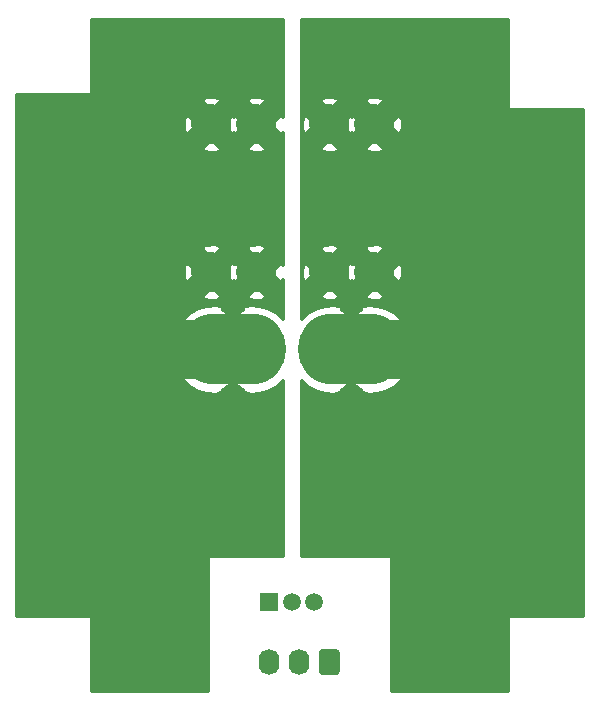
<source format=gbr>
%TF.GenerationSoftware,KiCad,Pcbnew,5.1.10-88a1d61d58~90~ubuntu20.04.1*%
%TF.CreationDate,2022-12-17T00:36:52+01:00*%
%TF.ProjectId,zvire-vetrnik-current-sensor,7a766972-652d-4766-9574-726e696b2d63,rev?*%
%TF.SameCoordinates,PX3c8eee0PY791ddc0*%
%TF.FileFunction,Copper,L1,Top*%
%TF.FilePolarity,Positive*%
%FSLAX46Y46*%
G04 Gerber Fmt 4.6, Leading zero omitted, Abs format (unit mm)*
G04 Created by KiCad (PCBNEW 5.1.10-88a1d61d58~90~ubuntu20.04.1) date 2022-12-17 00:36:52*
%MOMM*%
%LPD*%
G01*
G04 APERTURE LIST*
%TA.AperFunction,ComponentPad*%
%ADD10O,9.000000X6.000000*%
%TD*%
%TA.AperFunction,ComponentPad*%
%ADD11R,1.500000X1.500000*%
%TD*%
%TA.AperFunction,ComponentPad*%
%ADD12C,1.500000*%
%TD*%
%TA.AperFunction,ComponentPad*%
%ADD13C,0.800000*%
%TD*%
%TA.AperFunction,ComponentPad*%
%ADD14O,1.740000X2.190000*%
%TD*%
%TA.AperFunction,ComponentPad*%
%ADD15C,3.400000*%
%TD*%
%TA.AperFunction,ViaPad*%
%ADD16C,2.000000*%
%TD*%
%TA.AperFunction,Conductor*%
%ADD17C,5.000000*%
%TD*%
%TA.AperFunction,Conductor*%
%ADD18C,0.254000*%
%TD*%
%TA.AperFunction,Conductor*%
%ADD19C,0.100000*%
%TD*%
G04 APERTURE END LIST*
D10*
%TO.P,U1,5*%
%TO.N,Net-(J1-Pad2)*%
X19770000Y30290000D03*
%TO.P,U1,4*%
%TO.N,Net-(J1-Pad1)*%
X29770000Y30290000D03*
D11*
%TO.P,U1,1*%
%TO.N,+5V*%
X22860000Y8890000D03*
D12*
%TO.P,U1,3*%
%TO.N,Net-(J2-Pad1)*%
X26680000Y8890000D03*
%TO.P,U1,2*%
%TO.N,GND*%
X24770000Y8890000D03*
%TO.P,U1,5*%
%TO.N,Net-(J1-Pad2)*%
%TA.AperFunction,ComponentPad*%
G36*
G01*
X23550953Y31282523D02*
X23550953Y31282523D01*
G75*
G02*
X24082523Y31089047I169047J-362523D01*
G01*
X24082523Y31089047D01*
G75*
G02*
X23889047Y30557477I-362523J-169047D01*
G01*
X23889047Y30557477D01*
G75*
G02*
X23357477Y30750953I-169047J362523D01*
G01*
X23357477Y30750953D01*
G75*
G02*
X23550953Y31282523I362523J169047D01*
G01*
G37*
%TD.AperFunction*%
%TA.AperFunction,ComponentPad*%
G36*
G01*
X23550953Y29297477D02*
X23550953Y29297477D01*
G75*
G02*
X23357477Y29829047I169047J362523D01*
G01*
X23357477Y29829047D01*
G75*
G02*
X23889047Y30022523I362523J-169047D01*
G01*
X23889047Y30022523D01*
G75*
G02*
X24082523Y29490953I-169047J-362523D01*
G01*
X24082523Y29490953D01*
G75*
G02*
X23550953Y29297477I-362523J169047D01*
G01*
G37*
%TD.AperFunction*%
D13*
X22970000Y28630000D03*
X22970000Y31950000D03*
X15820000Y30920000D03*
X15820000Y29660000D03*
X16570000Y28630000D03*
X16570000Y31950000D03*
X20440000Y28240000D03*
X19100000Y28240000D03*
X21770000Y28240000D03*
X17770000Y28240000D03*
X20440000Y32340000D03*
X19100000Y32340000D03*
X17770000Y32340000D03*
X21770000Y32340000D03*
%TO.P,U1,4*%
%TO.N,Net-(J1-Pad1)*%
X26570000Y28630000D03*
X26570000Y31950000D03*
%TA.AperFunction,ComponentPad*%
G36*
G01*
X25650953Y30022523D02*
X25650953Y30022523D01*
G75*
G02*
X26182523Y29829047I169047J-362523D01*
G01*
X26182523Y29829047D01*
G75*
G02*
X25989047Y29297477I-362523J-169047D01*
G01*
X25989047Y29297477D01*
G75*
G02*
X25457477Y29490953I-169047J362523D01*
G01*
X25457477Y29490953D01*
G75*
G02*
X25650953Y30022523I362523J169047D01*
G01*
G37*
%TD.AperFunction*%
%TA.AperFunction,ComponentPad*%
G36*
G01*
X25650953Y30557477D02*
X25650953Y30557477D01*
G75*
G02*
X25457477Y31089047I169047J362523D01*
G01*
X25457477Y31089047D01*
G75*
G02*
X25989047Y31282523I362523J-169047D01*
G01*
X25989047Y31282523D01*
G75*
G02*
X26182523Y30750953I-169047J-362523D01*
G01*
X26182523Y30750953D01*
G75*
G02*
X25650953Y30557477I-362523J169047D01*
G01*
G37*
%TD.AperFunction*%
X32970000Y28630000D03*
X32970000Y31950000D03*
X33720000Y30920000D03*
X31770000Y28240000D03*
X30440000Y28240000D03*
X29100000Y28240000D03*
X27770000Y28240000D03*
X31770000Y32340000D03*
X30440000Y32340000D03*
X29100000Y32340000D03*
X27770000Y32340000D03*
X33720000Y29660000D03*
%TD*%
D14*
%TO.P,J2,3*%
%TO.N,+5V*%
X22860000Y3810000D03*
%TO.P,J2,2*%
%TO.N,GND*%
X25400000Y3810000D03*
%TO.P,J2,1*%
%TO.N,Net-(J2-Pad1)*%
%TA.AperFunction,ComponentPad*%
G36*
G01*
X28810000Y4655001D02*
X28810000Y2964999D01*
G75*
G02*
X28560001Y2715000I-249999J0D01*
G01*
X27319999Y2715000D01*
G75*
G02*
X27070000Y2964999I0J249999D01*
G01*
X27070000Y4655001D01*
G75*
G02*
X27319999Y4905000I249999J0D01*
G01*
X28560001Y4905000D01*
G75*
G02*
X28810000Y4655001I0J-249999D01*
G01*
G37*
%TD.AperFunction*%
%TD*%
D15*
%TO.P,J1,2*%
%TO.N,Net-(J1-Pad2)*%
X21750000Y49330000D03*
X17950000Y49330000D03*
X17950000Y36830000D03*
X21750000Y36830000D03*
%TO.P,J1,1*%
%TO.N,Net-(J1-Pad1)*%
X27950000Y49330000D03*
X31750000Y49330000D03*
X27950000Y36830000D03*
X31750000Y36830000D03*
%TD*%
D16*
%TO.N,Net-(J1-Pad2)*%
X12700000Y46990000D03*
X12700000Y52070000D03*
X12700000Y39370000D03*
X12700000Y34290000D03*
X10160000Y36830000D03*
%TO.N,Net-(J1-Pad1)*%
X36830000Y46990000D03*
X36830000Y52070000D03*
X36830000Y39370000D03*
X36830000Y34290000D03*
X39370000Y36830000D03*
%TD*%
D17*
%TO.N,Net-(J1-Pad2)*%
X19770000Y30290000D02*
X12890000Y30290000D01*
%TO.N,Net-(J1-Pad1)*%
X29770000Y30290000D02*
X36640000Y30290000D01*
%TD*%
D18*
%TO.N,Net-(J1-Pad1)*%
X43053000Y50800000D02*
X43055440Y50775224D01*
X43062667Y50751399D01*
X43074403Y50729443D01*
X43090197Y50710197D01*
X43109443Y50694403D01*
X43131399Y50682667D01*
X43155224Y50675440D01*
X43180000Y50673000D01*
X49403000Y50673000D01*
X49403000Y7747000D01*
X43180000Y7747000D01*
X43155224Y7744560D01*
X43131399Y7737333D01*
X43109443Y7725597D01*
X43090197Y7709803D01*
X43074403Y7690557D01*
X43062667Y7668601D01*
X43055440Y7644776D01*
X43053000Y7620000D01*
X43053000Y1397000D01*
X33147000Y1397000D01*
X33147000Y12700000D01*
X33144560Y12724776D01*
X33137333Y12748601D01*
X33125597Y12770557D01*
X33109803Y12789803D01*
X33090557Y12805597D01*
X33068601Y12817333D01*
X33044776Y12824560D01*
X33020000Y12827000D01*
X25527000Y12827000D01*
X25527000Y27734156D01*
X25637478Y27602347D01*
X26212396Y27140410D01*
X26866387Y26799510D01*
X27574318Y26592747D01*
X28308984Y26528068D01*
X28897000Y26739232D01*
X28897000Y26973077D01*
X28982344Y26887733D01*
X29319314Y27224703D01*
X29333391Y27226517D01*
X29469003Y27267655D01*
X29499449Y27454471D01*
X29100000Y27853920D01*
X29010198Y27764117D01*
X28897000Y27877315D01*
X28897000Y27897077D01*
X29122267Y28122344D01*
X29035797Y28208814D01*
X29400459Y28208814D01*
X29426517Y28006609D01*
X29467655Y27870997D01*
X29654471Y27840551D01*
X29770000Y27956080D01*
X29885529Y27840551D01*
X30072345Y27870997D01*
X30125651Y28067782D01*
X30139541Y28271186D01*
X30113483Y28473391D01*
X30072345Y28609003D01*
X29885529Y28639449D01*
X29770000Y28523920D01*
X29654471Y28639449D01*
X29467655Y28609003D01*
X29414349Y28412218D01*
X29400459Y28208814D01*
X29035797Y28208814D01*
X29004611Y28240000D01*
X29122267Y28357656D01*
X28897000Y28582923D01*
X28897000Y28602685D01*
X29010198Y28715882D01*
X29100000Y28626080D01*
X29499449Y29025529D01*
X30040551Y29025529D01*
X30440000Y28626080D01*
X30529803Y28715882D01*
X30643000Y28602685D01*
X30643000Y28582923D01*
X30417733Y28357656D01*
X30535389Y28240000D01*
X30417733Y28122344D01*
X30643000Y27897077D01*
X30643000Y27877315D01*
X30529803Y27764117D01*
X30440000Y27853920D01*
X30040551Y27454471D01*
X30070997Y27267655D01*
X30217389Y27228000D01*
X30557656Y26887733D01*
X30643000Y26973077D01*
X30643000Y26739232D01*
X31231016Y26528068D01*
X31965682Y26592747D01*
X32673613Y26799510D01*
X33327604Y27140410D01*
X33902522Y27602347D01*
X34376274Y28167569D01*
X34618601Y28875752D01*
X34625189Y29095266D01*
X35072267Y29542344D01*
X34735297Y29879314D01*
X34733483Y29893391D01*
X34692345Y30029003D01*
X34505529Y30059449D01*
X34106080Y29660000D01*
X34195883Y29570197D01*
X34042685Y29417000D01*
X33652923Y29417000D01*
X33087656Y29982267D01*
X33049655Y29944265D01*
X32934471Y30059449D01*
X32747655Y30029003D01*
X32708000Y29882611D01*
X32367733Y29542344D01*
X32390077Y29520000D01*
X32287077Y29417000D01*
X32062923Y29417000D01*
X31887656Y29592267D01*
X31770000Y29474611D01*
X31652344Y29592267D01*
X31477077Y29417000D01*
X30732923Y29417000D01*
X30557656Y29592267D01*
X30220686Y29255297D01*
X30206609Y29253483D01*
X30070997Y29212345D01*
X30040551Y29025529D01*
X29499449Y29025529D01*
X29469003Y29212345D01*
X29322611Y29252000D01*
X28982344Y29592267D01*
X28877000Y29486923D01*
X28877000Y30445529D01*
X33320551Y30445529D01*
X33476080Y30290000D01*
X33320551Y30134471D01*
X33350997Y29947655D01*
X33547782Y29894349D01*
X33751186Y29880459D01*
X33953391Y29906517D01*
X34089003Y29947655D01*
X34119449Y30134471D01*
X33963920Y30290000D01*
X34119449Y30445529D01*
X34089003Y30632345D01*
X33892218Y30685651D01*
X33688814Y30699541D01*
X33486609Y30673483D01*
X33350997Y30632345D01*
X33320551Y30445529D01*
X28877000Y30445529D01*
X28877000Y31093077D01*
X28982344Y30987733D01*
X29319314Y31324703D01*
X29333391Y31326517D01*
X29469003Y31367655D01*
X29499449Y31554471D01*
X29100000Y31953920D01*
X29010198Y31864117D01*
X28897000Y31977315D01*
X28897000Y31997077D01*
X29122267Y32222344D01*
X29035797Y32308814D01*
X29400459Y32308814D01*
X29426517Y32106609D01*
X29467655Y31970997D01*
X29654471Y31940551D01*
X29770000Y32056080D01*
X29885529Y31940551D01*
X30072345Y31970997D01*
X30125651Y32167782D01*
X30139541Y32371186D01*
X30113483Y32573391D01*
X30072345Y32709003D01*
X29885529Y32739449D01*
X29770000Y32623920D01*
X29654471Y32739449D01*
X29467655Y32709003D01*
X29414349Y32512218D01*
X29400459Y32308814D01*
X29035797Y32308814D01*
X29004611Y32340000D01*
X29122267Y32457656D01*
X28897000Y32682923D01*
X28897000Y32702685D01*
X29010198Y32815882D01*
X29100000Y32726080D01*
X29499449Y33125529D01*
X30040551Y33125529D01*
X30440000Y32726080D01*
X30529803Y32815882D01*
X30643000Y32702685D01*
X30643000Y32682923D01*
X30417733Y32457656D01*
X30535389Y32340000D01*
X30417733Y32222344D01*
X30643000Y31997077D01*
X30643000Y31977315D01*
X30529803Y31864117D01*
X30440000Y31953920D01*
X30040551Y31554471D01*
X30070997Y31367655D01*
X30217389Y31328000D01*
X30557656Y30987733D01*
X30732923Y31163000D01*
X31477077Y31163000D01*
X31652344Y30987733D01*
X31770000Y31105389D01*
X31887656Y30987733D01*
X32062923Y31163000D01*
X32287077Y31163000D01*
X32390077Y31060000D01*
X32367733Y31037656D01*
X32704703Y30700686D01*
X32706517Y30686609D01*
X32747655Y30550997D01*
X32934471Y30520551D01*
X33049655Y30635734D01*
X33087656Y30597733D01*
X33652923Y31163000D01*
X34042685Y31163000D01*
X34195883Y31009802D01*
X34106080Y30920000D01*
X34505529Y30520551D01*
X34692345Y30550997D01*
X34732000Y30697389D01*
X35072267Y31037656D01*
X34625189Y31484734D01*
X34618601Y31704248D01*
X34376274Y32412431D01*
X33902522Y32977653D01*
X33327604Y33439590D01*
X32673613Y33780490D01*
X31965682Y33987253D01*
X31231016Y34051932D01*
X30643000Y33840768D01*
X30643000Y33606923D01*
X30557656Y33692267D01*
X30220686Y33355297D01*
X30206609Y33353483D01*
X30070997Y33312345D01*
X30040551Y33125529D01*
X29499449Y33125529D01*
X29469003Y33312345D01*
X29322611Y33352000D01*
X28982344Y33692267D01*
X28897000Y33606923D01*
X28897000Y33840768D01*
X28308984Y34051932D01*
X27574318Y33987253D01*
X26866387Y33780490D01*
X26212396Y33439590D01*
X25637478Y32977653D01*
X25527000Y32845844D01*
X25527000Y34794380D01*
X27148989Y34794380D01*
X27376169Y34554954D01*
X27831034Y34486720D01*
X28290472Y34508536D01*
X28523831Y34554954D01*
X28751011Y34794380D01*
X30948989Y34794380D01*
X31176169Y34554954D01*
X31631034Y34486720D01*
X32090472Y34508536D01*
X32323831Y34554954D01*
X32551011Y34794380D01*
X31750000Y35595392D01*
X30948989Y34794380D01*
X28751011Y34794380D01*
X27950000Y35595392D01*
X27148989Y34794380D01*
X25527000Y34794380D01*
X25527000Y36948966D01*
X25606720Y36948966D01*
X25628536Y36489528D01*
X25674954Y36256169D01*
X25914380Y36028989D01*
X26715392Y36830000D01*
X29184608Y36830000D01*
X29423723Y36590885D01*
X29428536Y36489528D01*
X29474954Y36256169D01*
X29714380Y36028989D01*
X29850000Y36164609D01*
X29985620Y36028989D01*
X30225046Y36256169D01*
X30275076Y36589685D01*
X30515392Y36830000D01*
X32984608Y36830000D01*
X33785620Y36028989D01*
X34025046Y36256169D01*
X34093280Y36711034D01*
X34071464Y37170472D01*
X34025046Y37403831D01*
X33785620Y37631011D01*
X32984608Y36830000D01*
X30515392Y36830000D01*
X30276277Y37069115D01*
X30271464Y37170472D01*
X30225046Y37403831D01*
X29985620Y37631011D01*
X29850000Y37495391D01*
X29714380Y37631011D01*
X29474954Y37403831D01*
X29424924Y37070315D01*
X29184608Y36830000D01*
X26715392Y36830000D01*
X25914380Y37631011D01*
X25674954Y37403831D01*
X25606720Y36948966D01*
X25527000Y36948966D01*
X25527000Y38865620D01*
X27148989Y38865620D01*
X27950000Y38064608D01*
X28751011Y38865620D01*
X30948989Y38865620D01*
X31750000Y38064608D01*
X32551011Y38865620D01*
X32323831Y39105046D01*
X31868966Y39173280D01*
X31409528Y39151464D01*
X31176169Y39105046D01*
X30948989Y38865620D01*
X28751011Y38865620D01*
X28523831Y39105046D01*
X28068966Y39173280D01*
X27609528Y39151464D01*
X27376169Y39105046D01*
X27148989Y38865620D01*
X25527000Y38865620D01*
X25527000Y47294380D01*
X27148989Y47294380D01*
X27376169Y47054954D01*
X27831034Y46986720D01*
X28290472Y47008536D01*
X28523831Y47054954D01*
X28751011Y47294380D01*
X30948989Y47294380D01*
X31176169Y47054954D01*
X31631034Y46986720D01*
X32090472Y47008536D01*
X32323831Y47054954D01*
X32551011Y47294380D01*
X31750000Y48095392D01*
X30948989Y47294380D01*
X28751011Y47294380D01*
X27950000Y48095392D01*
X27148989Y47294380D01*
X25527000Y47294380D01*
X25527000Y49448966D01*
X25606720Y49448966D01*
X25628536Y48989528D01*
X25674954Y48756169D01*
X25914380Y48528989D01*
X26715392Y49330000D01*
X29184608Y49330000D01*
X29423723Y49090885D01*
X29428536Y48989528D01*
X29474954Y48756169D01*
X29714380Y48528989D01*
X29850000Y48664609D01*
X29985620Y48528989D01*
X30225046Y48756169D01*
X30275076Y49089685D01*
X30515392Y49330000D01*
X32984608Y49330000D01*
X33785620Y48528989D01*
X34025046Y48756169D01*
X34093280Y49211034D01*
X34071464Y49670472D01*
X34025046Y49903831D01*
X33785620Y50131011D01*
X32984608Y49330000D01*
X30515392Y49330000D01*
X30276277Y49569115D01*
X30271464Y49670472D01*
X30225046Y49903831D01*
X29985620Y50131011D01*
X29850000Y49995391D01*
X29714380Y50131011D01*
X29474954Y49903831D01*
X29424924Y49570315D01*
X29184608Y49330000D01*
X26715392Y49330000D01*
X25914380Y50131011D01*
X25674954Y49903831D01*
X25606720Y49448966D01*
X25527000Y49448966D01*
X25527000Y51365620D01*
X27148989Y51365620D01*
X27950000Y50564608D01*
X28751011Y51365620D01*
X30948989Y51365620D01*
X31750000Y50564608D01*
X32551011Y51365620D01*
X32323831Y51605046D01*
X31868966Y51673280D01*
X31409528Y51651464D01*
X31176169Y51605046D01*
X30948989Y51365620D01*
X28751011Y51365620D01*
X28523831Y51605046D01*
X28068966Y51673280D01*
X27609528Y51651464D01*
X27376169Y51605046D01*
X27148989Y51365620D01*
X25527000Y51365620D01*
X25527000Y58293000D01*
X43053000Y58293000D01*
X43053000Y50800000D01*
%TA.AperFunction,Conductor*%
D19*
G36*
X43053000Y50800000D02*
G01*
X43055440Y50775224D01*
X43062667Y50751399D01*
X43074403Y50729443D01*
X43090197Y50710197D01*
X43109443Y50694403D01*
X43131399Y50682667D01*
X43155224Y50675440D01*
X43180000Y50673000D01*
X49403000Y50673000D01*
X49403000Y7747000D01*
X43180000Y7747000D01*
X43155224Y7744560D01*
X43131399Y7737333D01*
X43109443Y7725597D01*
X43090197Y7709803D01*
X43074403Y7690557D01*
X43062667Y7668601D01*
X43055440Y7644776D01*
X43053000Y7620000D01*
X43053000Y1397000D01*
X33147000Y1397000D01*
X33147000Y12700000D01*
X33144560Y12724776D01*
X33137333Y12748601D01*
X33125597Y12770557D01*
X33109803Y12789803D01*
X33090557Y12805597D01*
X33068601Y12817333D01*
X33044776Y12824560D01*
X33020000Y12827000D01*
X25527000Y12827000D01*
X25527000Y27734156D01*
X25637478Y27602347D01*
X26212396Y27140410D01*
X26866387Y26799510D01*
X27574318Y26592747D01*
X28308984Y26528068D01*
X28897000Y26739232D01*
X28897000Y26973077D01*
X28982344Y26887733D01*
X29319314Y27224703D01*
X29333391Y27226517D01*
X29469003Y27267655D01*
X29499449Y27454471D01*
X29100000Y27853920D01*
X29010198Y27764117D01*
X28897000Y27877315D01*
X28897000Y27897077D01*
X29122267Y28122344D01*
X29035797Y28208814D01*
X29400459Y28208814D01*
X29426517Y28006609D01*
X29467655Y27870997D01*
X29654471Y27840551D01*
X29770000Y27956080D01*
X29885529Y27840551D01*
X30072345Y27870997D01*
X30125651Y28067782D01*
X30139541Y28271186D01*
X30113483Y28473391D01*
X30072345Y28609003D01*
X29885529Y28639449D01*
X29770000Y28523920D01*
X29654471Y28639449D01*
X29467655Y28609003D01*
X29414349Y28412218D01*
X29400459Y28208814D01*
X29035797Y28208814D01*
X29004611Y28240000D01*
X29122267Y28357656D01*
X28897000Y28582923D01*
X28897000Y28602685D01*
X29010198Y28715882D01*
X29100000Y28626080D01*
X29499449Y29025529D01*
X30040551Y29025529D01*
X30440000Y28626080D01*
X30529803Y28715882D01*
X30643000Y28602685D01*
X30643000Y28582923D01*
X30417733Y28357656D01*
X30535389Y28240000D01*
X30417733Y28122344D01*
X30643000Y27897077D01*
X30643000Y27877315D01*
X30529803Y27764117D01*
X30440000Y27853920D01*
X30040551Y27454471D01*
X30070997Y27267655D01*
X30217389Y27228000D01*
X30557656Y26887733D01*
X30643000Y26973077D01*
X30643000Y26739232D01*
X31231016Y26528068D01*
X31965682Y26592747D01*
X32673613Y26799510D01*
X33327604Y27140410D01*
X33902522Y27602347D01*
X34376274Y28167569D01*
X34618601Y28875752D01*
X34625189Y29095266D01*
X35072267Y29542344D01*
X34735297Y29879314D01*
X34733483Y29893391D01*
X34692345Y30029003D01*
X34505529Y30059449D01*
X34106080Y29660000D01*
X34195883Y29570197D01*
X34042685Y29417000D01*
X33652923Y29417000D01*
X33087656Y29982267D01*
X33049655Y29944265D01*
X32934471Y30059449D01*
X32747655Y30029003D01*
X32708000Y29882611D01*
X32367733Y29542344D01*
X32390077Y29520000D01*
X32287077Y29417000D01*
X32062923Y29417000D01*
X31887656Y29592267D01*
X31770000Y29474611D01*
X31652344Y29592267D01*
X31477077Y29417000D01*
X30732923Y29417000D01*
X30557656Y29592267D01*
X30220686Y29255297D01*
X30206609Y29253483D01*
X30070997Y29212345D01*
X30040551Y29025529D01*
X29499449Y29025529D01*
X29469003Y29212345D01*
X29322611Y29252000D01*
X28982344Y29592267D01*
X28877000Y29486923D01*
X28877000Y30445529D01*
X33320551Y30445529D01*
X33476080Y30290000D01*
X33320551Y30134471D01*
X33350997Y29947655D01*
X33547782Y29894349D01*
X33751186Y29880459D01*
X33953391Y29906517D01*
X34089003Y29947655D01*
X34119449Y30134471D01*
X33963920Y30290000D01*
X34119449Y30445529D01*
X34089003Y30632345D01*
X33892218Y30685651D01*
X33688814Y30699541D01*
X33486609Y30673483D01*
X33350997Y30632345D01*
X33320551Y30445529D01*
X28877000Y30445529D01*
X28877000Y31093077D01*
X28982344Y30987733D01*
X29319314Y31324703D01*
X29333391Y31326517D01*
X29469003Y31367655D01*
X29499449Y31554471D01*
X29100000Y31953920D01*
X29010198Y31864117D01*
X28897000Y31977315D01*
X28897000Y31997077D01*
X29122267Y32222344D01*
X29035797Y32308814D01*
X29400459Y32308814D01*
X29426517Y32106609D01*
X29467655Y31970997D01*
X29654471Y31940551D01*
X29770000Y32056080D01*
X29885529Y31940551D01*
X30072345Y31970997D01*
X30125651Y32167782D01*
X30139541Y32371186D01*
X30113483Y32573391D01*
X30072345Y32709003D01*
X29885529Y32739449D01*
X29770000Y32623920D01*
X29654471Y32739449D01*
X29467655Y32709003D01*
X29414349Y32512218D01*
X29400459Y32308814D01*
X29035797Y32308814D01*
X29004611Y32340000D01*
X29122267Y32457656D01*
X28897000Y32682923D01*
X28897000Y32702685D01*
X29010198Y32815882D01*
X29100000Y32726080D01*
X29499449Y33125529D01*
X30040551Y33125529D01*
X30440000Y32726080D01*
X30529803Y32815882D01*
X30643000Y32702685D01*
X30643000Y32682923D01*
X30417733Y32457656D01*
X30535389Y32340000D01*
X30417733Y32222344D01*
X30643000Y31997077D01*
X30643000Y31977315D01*
X30529803Y31864117D01*
X30440000Y31953920D01*
X30040551Y31554471D01*
X30070997Y31367655D01*
X30217389Y31328000D01*
X30557656Y30987733D01*
X30732923Y31163000D01*
X31477077Y31163000D01*
X31652344Y30987733D01*
X31770000Y31105389D01*
X31887656Y30987733D01*
X32062923Y31163000D01*
X32287077Y31163000D01*
X32390077Y31060000D01*
X32367733Y31037656D01*
X32704703Y30700686D01*
X32706517Y30686609D01*
X32747655Y30550997D01*
X32934471Y30520551D01*
X33049655Y30635734D01*
X33087656Y30597733D01*
X33652923Y31163000D01*
X34042685Y31163000D01*
X34195883Y31009802D01*
X34106080Y30920000D01*
X34505529Y30520551D01*
X34692345Y30550997D01*
X34732000Y30697389D01*
X35072267Y31037656D01*
X34625189Y31484734D01*
X34618601Y31704248D01*
X34376274Y32412431D01*
X33902522Y32977653D01*
X33327604Y33439590D01*
X32673613Y33780490D01*
X31965682Y33987253D01*
X31231016Y34051932D01*
X30643000Y33840768D01*
X30643000Y33606923D01*
X30557656Y33692267D01*
X30220686Y33355297D01*
X30206609Y33353483D01*
X30070997Y33312345D01*
X30040551Y33125529D01*
X29499449Y33125529D01*
X29469003Y33312345D01*
X29322611Y33352000D01*
X28982344Y33692267D01*
X28897000Y33606923D01*
X28897000Y33840768D01*
X28308984Y34051932D01*
X27574318Y33987253D01*
X26866387Y33780490D01*
X26212396Y33439590D01*
X25637478Y32977653D01*
X25527000Y32845844D01*
X25527000Y34794380D01*
X27148989Y34794380D01*
X27376169Y34554954D01*
X27831034Y34486720D01*
X28290472Y34508536D01*
X28523831Y34554954D01*
X28751011Y34794380D01*
X30948989Y34794380D01*
X31176169Y34554954D01*
X31631034Y34486720D01*
X32090472Y34508536D01*
X32323831Y34554954D01*
X32551011Y34794380D01*
X31750000Y35595392D01*
X30948989Y34794380D01*
X28751011Y34794380D01*
X27950000Y35595392D01*
X27148989Y34794380D01*
X25527000Y34794380D01*
X25527000Y36948966D01*
X25606720Y36948966D01*
X25628536Y36489528D01*
X25674954Y36256169D01*
X25914380Y36028989D01*
X26715392Y36830000D01*
X29184608Y36830000D01*
X29423723Y36590885D01*
X29428536Y36489528D01*
X29474954Y36256169D01*
X29714380Y36028989D01*
X29850000Y36164609D01*
X29985620Y36028989D01*
X30225046Y36256169D01*
X30275076Y36589685D01*
X30515392Y36830000D01*
X32984608Y36830000D01*
X33785620Y36028989D01*
X34025046Y36256169D01*
X34093280Y36711034D01*
X34071464Y37170472D01*
X34025046Y37403831D01*
X33785620Y37631011D01*
X32984608Y36830000D01*
X30515392Y36830000D01*
X30276277Y37069115D01*
X30271464Y37170472D01*
X30225046Y37403831D01*
X29985620Y37631011D01*
X29850000Y37495391D01*
X29714380Y37631011D01*
X29474954Y37403831D01*
X29424924Y37070315D01*
X29184608Y36830000D01*
X26715392Y36830000D01*
X25914380Y37631011D01*
X25674954Y37403831D01*
X25606720Y36948966D01*
X25527000Y36948966D01*
X25527000Y38865620D01*
X27148989Y38865620D01*
X27950000Y38064608D01*
X28751011Y38865620D01*
X30948989Y38865620D01*
X31750000Y38064608D01*
X32551011Y38865620D01*
X32323831Y39105046D01*
X31868966Y39173280D01*
X31409528Y39151464D01*
X31176169Y39105046D01*
X30948989Y38865620D01*
X28751011Y38865620D01*
X28523831Y39105046D01*
X28068966Y39173280D01*
X27609528Y39151464D01*
X27376169Y39105046D01*
X27148989Y38865620D01*
X25527000Y38865620D01*
X25527000Y47294380D01*
X27148989Y47294380D01*
X27376169Y47054954D01*
X27831034Y46986720D01*
X28290472Y47008536D01*
X28523831Y47054954D01*
X28751011Y47294380D01*
X30948989Y47294380D01*
X31176169Y47054954D01*
X31631034Y46986720D01*
X32090472Y47008536D01*
X32323831Y47054954D01*
X32551011Y47294380D01*
X31750000Y48095392D01*
X30948989Y47294380D01*
X28751011Y47294380D01*
X27950000Y48095392D01*
X27148989Y47294380D01*
X25527000Y47294380D01*
X25527000Y49448966D01*
X25606720Y49448966D01*
X25628536Y48989528D01*
X25674954Y48756169D01*
X25914380Y48528989D01*
X26715392Y49330000D01*
X29184608Y49330000D01*
X29423723Y49090885D01*
X29428536Y48989528D01*
X29474954Y48756169D01*
X29714380Y48528989D01*
X29850000Y48664609D01*
X29985620Y48528989D01*
X30225046Y48756169D01*
X30275076Y49089685D01*
X30515392Y49330000D01*
X32984608Y49330000D01*
X33785620Y48528989D01*
X34025046Y48756169D01*
X34093280Y49211034D01*
X34071464Y49670472D01*
X34025046Y49903831D01*
X33785620Y50131011D01*
X32984608Y49330000D01*
X30515392Y49330000D01*
X30276277Y49569115D01*
X30271464Y49670472D01*
X30225046Y49903831D01*
X29985620Y50131011D01*
X29850000Y49995391D01*
X29714380Y50131011D01*
X29474954Y49903831D01*
X29424924Y49570315D01*
X29184608Y49330000D01*
X26715392Y49330000D01*
X25914380Y50131011D01*
X25674954Y49903831D01*
X25606720Y49448966D01*
X25527000Y49448966D01*
X25527000Y51365620D01*
X27148989Y51365620D01*
X27950000Y50564608D01*
X28751011Y51365620D01*
X30948989Y51365620D01*
X31750000Y50564608D01*
X32551011Y51365620D01*
X32323831Y51605046D01*
X31868966Y51673280D01*
X31409528Y51651464D01*
X31176169Y51605046D01*
X30948989Y51365620D01*
X28751011Y51365620D01*
X28523831Y51605046D01*
X28068966Y51673280D01*
X27609528Y51651464D01*
X27376169Y51605046D01*
X27148989Y51365620D01*
X25527000Y51365620D01*
X25527000Y58293000D01*
X43053000Y58293000D01*
X43053000Y50800000D01*
G37*
%TD.AperFunction*%
%TD*%
D18*
%TO.N,Net-(J1-Pad2)*%
X24003000Y49924749D02*
X23785620Y50131011D01*
X22984608Y49330000D01*
X23785620Y48528989D01*
X24003000Y48735251D01*
X24003000Y37424749D01*
X23785620Y37631011D01*
X22984608Y36830000D01*
X23785620Y36028989D01*
X24003000Y36235251D01*
X24003000Y32857775D01*
X23902522Y32977653D01*
X23327604Y33439590D01*
X22673613Y33780490D01*
X21965682Y33987253D01*
X21231016Y34051932D01*
X20643000Y33840768D01*
X20643000Y33606923D01*
X20557656Y33692267D01*
X20220686Y33355297D01*
X20206609Y33353483D01*
X20070997Y33312345D01*
X20040551Y33125529D01*
X20440000Y32726080D01*
X20529803Y32815882D01*
X20643000Y32702685D01*
X20643000Y32682923D01*
X20417733Y32457656D01*
X20535389Y32340000D01*
X20417733Y32222344D01*
X20643000Y31997077D01*
X20643000Y31977315D01*
X20529803Y31864117D01*
X20440000Y31953920D01*
X20040551Y31554471D01*
X20070997Y31367655D01*
X20217389Y31328000D01*
X20557656Y30987733D01*
X20663000Y31093077D01*
X20663000Y29486923D01*
X20557656Y29592267D01*
X20220686Y29255297D01*
X20206609Y29253483D01*
X20070997Y29212345D01*
X20040551Y29025529D01*
X20440000Y28626080D01*
X20529803Y28715882D01*
X20643000Y28602685D01*
X20643000Y28582923D01*
X20417733Y28357656D01*
X20535389Y28240000D01*
X20417733Y28122344D01*
X20643000Y27897077D01*
X20643000Y27877315D01*
X20529803Y27764117D01*
X20440000Y27853920D01*
X20040551Y27454471D01*
X20070997Y27267655D01*
X20217389Y27228000D01*
X20557656Y26887733D01*
X20643000Y26973077D01*
X20643000Y26739232D01*
X21231016Y26528068D01*
X21965682Y26592747D01*
X22673613Y26799510D01*
X23327604Y27140410D01*
X23902522Y27602347D01*
X24003000Y27722225D01*
X24003000Y12827000D01*
X17780000Y12827000D01*
X17755224Y12824560D01*
X17731399Y12817333D01*
X17709443Y12805597D01*
X17690197Y12789803D01*
X17674403Y12770557D01*
X17662667Y12748601D01*
X17655440Y12724776D01*
X17653000Y12700000D01*
X17653000Y1397000D01*
X7747000Y1397000D01*
X7747000Y7620000D01*
X7744560Y7644776D01*
X7737333Y7668601D01*
X7725597Y7690557D01*
X7709803Y7709803D01*
X7690557Y7725597D01*
X7668601Y7737333D01*
X7644776Y7744560D01*
X7620000Y7747000D01*
X1397000Y7747000D01*
X1397000Y29542344D01*
X14467733Y29542344D01*
X14914811Y29095266D01*
X14921399Y28875752D01*
X15163726Y28167569D01*
X15637478Y27602347D01*
X16212396Y27140410D01*
X16866387Y26799510D01*
X17574318Y26592747D01*
X18308984Y26528068D01*
X18897000Y26739232D01*
X18897000Y26973077D01*
X18982344Y26887733D01*
X19319314Y27224703D01*
X19333391Y27226517D01*
X19469003Y27267655D01*
X19499449Y27454471D01*
X19100000Y27853920D01*
X19010198Y27764117D01*
X18897000Y27877315D01*
X18897000Y27897077D01*
X19122267Y28122344D01*
X19035797Y28208814D01*
X19400459Y28208814D01*
X19426517Y28006609D01*
X19467655Y27870997D01*
X19654471Y27840551D01*
X19770000Y27956080D01*
X19885529Y27840551D01*
X20072345Y27870997D01*
X20125651Y28067782D01*
X20139541Y28271186D01*
X20113483Y28473391D01*
X20072345Y28609003D01*
X19885529Y28639449D01*
X19770000Y28523920D01*
X19654471Y28639449D01*
X19467655Y28609003D01*
X19414349Y28412218D01*
X19400459Y28208814D01*
X19035797Y28208814D01*
X19004611Y28240000D01*
X19122267Y28357656D01*
X18897000Y28582923D01*
X18897000Y28602685D01*
X19010198Y28715882D01*
X19100000Y28626080D01*
X19499449Y29025529D01*
X19469003Y29212345D01*
X19322611Y29252000D01*
X18982344Y29592267D01*
X18807077Y29417000D01*
X18062923Y29417000D01*
X17887656Y29592267D01*
X17770000Y29474611D01*
X17652344Y29592267D01*
X17477077Y29417000D01*
X17252923Y29417000D01*
X17149923Y29520000D01*
X17172267Y29542344D01*
X16835297Y29879314D01*
X16833483Y29893391D01*
X16792345Y30029003D01*
X16605529Y30059449D01*
X16490346Y29944265D01*
X16452344Y29982267D01*
X15887077Y29417000D01*
X15497315Y29417000D01*
X15344118Y29570197D01*
X15433920Y29660000D01*
X15034471Y30059449D01*
X14847655Y30029003D01*
X14808000Y29882611D01*
X14467733Y29542344D01*
X1397000Y29542344D01*
X1397000Y30445529D01*
X15420551Y30445529D01*
X15576080Y30290000D01*
X15420551Y30134471D01*
X15450997Y29947655D01*
X15647782Y29894349D01*
X15851186Y29880459D01*
X16053391Y29906517D01*
X16189003Y29947655D01*
X16219449Y30134471D01*
X16063920Y30290000D01*
X16219449Y30445529D01*
X16189003Y30632345D01*
X15992218Y30685651D01*
X15788814Y30699541D01*
X15586609Y30673483D01*
X15450997Y30632345D01*
X15420551Y30445529D01*
X1397000Y30445529D01*
X1397000Y31037656D01*
X14467733Y31037656D01*
X14804703Y30700686D01*
X14806517Y30686609D01*
X14847655Y30550997D01*
X15034471Y30520551D01*
X15433920Y30920000D01*
X15344118Y31009802D01*
X15497315Y31163000D01*
X15887077Y31163000D01*
X16452344Y30597733D01*
X16490346Y30635734D01*
X16605529Y30520551D01*
X16792345Y30550997D01*
X16832000Y30697389D01*
X17172267Y31037656D01*
X17149923Y31060000D01*
X17252923Y31163000D01*
X17477077Y31163000D01*
X17652344Y30987733D01*
X17770000Y31105389D01*
X17887656Y30987733D01*
X18062923Y31163000D01*
X18807077Y31163000D01*
X18982344Y30987733D01*
X19319314Y31324703D01*
X19333391Y31326517D01*
X19469003Y31367655D01*
X19499449Y31554471D01*
X19100000Y31953920D01*
X19010198Y31864117D01*
X18897000Y31977315D01*
X18897000Y31997077D01*
X19122267Y32222344D01*
X19035797Y32308814D01*
X19400459Y32308814D01*
X19426517Y32106609D01*
X19467655Y31970997D01*
X19654471Y31940551D01*
X19770000Y32056080D01*
X19885529Y31940551D01*
X20072345Y31970997D01*
X20125651Y32167782D01*
X20139541Y32371186D01*
X20113483Y32573391D01*
X20072345Y32709003D01*
X19885529Y32739449D01*
X19770000Y32623920D01*
X19654471Y32739449D01*
X19467655Y32709003D01*
X19414349Y32512218D01*
X19400459Y32308814D01*
X19035797Y32308814D01*
X19004611Y32340000D01*
X19122267Y32457656D01*
X18897000Y32682923D01*
X18897000Y32702685D01*
X19010198Y32815882D01*
X19100000Y32726080D01*
X19499449Y33125529D01*
X19469003Y33312345D01*
X19322611Y33352000D01*
X18982344Y33692267D01*
X18897000Y33606923D01*
X18897000Y33840768D01*
X18308984Y34051932D01*
X17574318Y33987253D01*
X16866387Y33780490D01*
X16212396Y33439590D01*
X15637478Y32977653D01*
X15163726Y32412431D01*
X14921399Y31704248D01*
X14914811Y31484734D01*
X14467733Y31037656D01*
X1397000Y31037656D01*
X1397000Y34794380D01*
X17148989Y34794380D01*
X17376169Y34554954D01*
X17831034Y34486720D01*
X18290472Y34508536D01*
X18523831Y34554954D01*
X18751011Y34794380D01*
X20948989Y34794380D01*
X21176169Y34554954D01*
X21631034Y34486720D01*
X22090472Y34508536D01*
X22323831Y34554954D01*
X22551011Y34794380D01*
X21750000Y35595392D01*
X20948989Y34794380D01*
X18751011Y34794380D01*
X17950000Y35595392D01*
X17148989Y34794380D01*
X1397000Y34794380D01*
X1397000Y36948966D01*
X15606720Y36948966D01*
X15628536Y36489528D01*
X15674954Y36256169D01*
X15914380Y36028989D01*
X16715392Y36830000D01*
X19184608Y36830000D01*
X19423723Y36590885D01*
X19428536Y36489528D01*
X19474954Y36256169D01*
X19714380Y36028989D01*
X19850000Y36164609D01*
X19985620Y36028989D01*
X20225046Y36256169D01*
X20275076Y36589685D01*
X20515392Y36830000D01*
X20276277Y37069115D01*
X20271464Y37170472D01*
X20225046Y37403831D01*
X19985620Y37631011D01*
X19850000Y37495391D01*
X19714380Y37631011D01*
X19474954Y37403831D01*
X19424924Y37070315D01*
X19184608Y36830000D01*
X16715392Y36830000D01*
X15914380Y37631011D01*
X15674954Y37403831D01*
X15606720Y36948966D01*
X1397000Y36948966D01*
X1397000Y38865620D01*
X17148989Y38865620D01*
X17950000Y38064608D01*
X18751011Y38865620D01*
X20948989Y38865620D01*
X21750000Y38064608D01*
X22551011Y38865620D01*
X22323831Y39105046D01*
X21868966Y39173280D01*
X21409528Y39151464D01*
X21176169Y39105046D01*
X20948989Y38865620D01*
X18751011Y38865620D01*
X18523831Y39105046D01*
X18068966Y39173280D01*
X17609528Y39151464D01*
X17376169Y39105046D01*
X17148989Y38865620D01*
X1397000Y38865620D01*
X1397000Y47294380D01*
X17148989Y47294380D01*
X17376169Y47054954D01*
X17831034Y46986720D01*
X18290472Y47008536D01*
X18523831Y47054954D01*
X18751011Y47294380D01*
X20948989Y47294380D01*
X21176169Y47054954D01*
X21631034Y46986720D01*
X22090472Y47008536D01*
X22323831Y47054954D01*
X22551011Y47294380D01*
X21750000Y48095392D01*
X20948989Y47294380D01*
X18751011Y47294380D01*
X17950000Y48095392D01*
X17148989Y47294380D01*
X1397000Y47294380D01*
X1397000Y49448966D01*
X15606720Y49448966D01*
X15628536Y48989528D01*
X15674954Y48756169D01*
X15914380Y48528989D01*
X16715392Y49330000D01*
X19184608Y49330000D01*
X19423723Y49090885D01*
X19428536Y48989528D01*
X19474954Y48756169D01*
X19714380Y48528989D01*
X19850000Y48664609D01*
X19985620Y48528989D01*
X20225046Y48756169D01*
X20275076Y49089685D01*
X20515392Y49330000D01*
X20276277Y49569115D01*
X20271464Y49670472D01*
X20225046Y49903831D01*
X19985620Y50131011D01*
X19850000Y49995391D01*
X19714380Y50131011D01*
X19474954Y49903831D01*
X19424924Y49570315D01*
X19184608Y49330000D01*
X16715392Y49330000D01*
X15914380Y50131011D01*
X15674954Y49903831D01*
X15606720Y49448966D01*
X1397000Y49448966D01*
X1397000Y51365620D01*
X17148989Y51365620D01*
X17950000Y50564608D01*
X18751011Y51365620D01*
X20948989Y51365620D01*
X21750000Y50564608D01*
X22551011Y51365620D01*
X22323831Y51605046D01*
X21868966Y51673280D01*
X21409528Y51651464D01*
X21176169Y51605046D01*
X20948989Y51365620D01*
X18751011Y51365620D01*
X18523831Y51605046D01*
X18068966Y51673280D01*
X17609528Y51651464D01*
X17376169Y51605046D01*
X17148989Y51365620D01*
X1397000Y51365620D01*
X1397000Y51943000D01*
X7620000Y51943000D01*
X7644776Y51945440D01*
X7668601Y51952667D01*
X7690557Y51964403D01*
X7709803Y51980197D01*
X7725597Y51999443D01*
X7737333Y52021399D01*
X7744560Y52045224D01*
X7747000Y52070000D01*
X7747000Y58293000D01*
X24003000Y58293000D01*
X24003000Y49924749D01*
%TA.AperFunction,Conductor*%
D19*
G36*
X24003000Y49924749D02*
G01*
X23785620Y50131011D01*
X22984608Y49330000D01*
X23785620Y48528989D01*
X24003000Y48735251D01*
X24003000Y37424749D01*
X23785620Y37631011D01*
X22984608Y36830000D01*
X23785620Y36028989D01*
X24003000Y36235251D01*
X24003000Y32857775D01*
X23902522Y32977653D01*
X23327604Y33439590D01*
X22673613Y33780490D01*
X21965682Y33987253D01*
X21231016Y34051932D01*
X20643000Y33840768D01*
X20643000Y33606923D01*
X20557656Y33692267D01*
X20220686Y33355297D01*
X20206609Y33353483D01*
X20070997Y33312345D01*
X20040551Y33125529D01*
X20440000Y32726080D01*
X20529803Y32815882D01*
X20643000Y32702685D01*
X20643000Y32682923D01*
X20417733Y32457656D01*
X20535389Y32340000D01*
X20417733Y32222344D01*
X20643000Y31997077D01*
X20643000Y31977315D01*
X20529803Y31864117D01*
X20440000Y31953920D01*
X20040551Y31554471D01*
X20070997Y31367655D01*
X20217389Y31328000D01*
X20557656Y30987733D01*
X20663000Y31093077D01*
X20663000Y29486923D01*
X20557656Y29592267D01*
X20220686Y29255297D01*
X20206609Y29253483D01*
X20070997Y29212345D01*
X20040551Y29025529D01*
X20440000Y28626080D01*
X20529803Y28715882D01*
X20643000Y28602685D01*
X20643000Y28582923D01*
X20417733Y28357656D01*
X20535389Y28240000D01*
X20417733Y28122344D01*
X20643000Y27897077D01*
X20643000Y27877315D01*
X20529803Y27764117D01*
X20440000Y27853920D01*
X20040551Y27454471D01*
X20070997Y27267655D01*
X20217389Y27228000D01*
X20557656Y26887733D01*
X20643000Y26973077D01*
X20643000Y26739232D01*
X21231016Y26528068D01*
X21965682Y26592747D01*
X22673613Y26799510D01*
X23327604Y27140410D01*
X23902522Y27602347D01*
X24003000Y27722225D01*
X24003000Y12827000D01*
X17780000Y12827000D01*
X17755224Y12824560D01*
X17731399Y12817333D01*
X17709443Y12805597D01*
X17690197Y12789803D01*
X17674403Y12770557D01*
X17662667Y12748601D01*
X17655440Y12724776D01*
X17653000Y12700000D01*
X17653000Y1397000D01*
X7747000Y1397000D01*
X7747000Y7620000D01*
X7744560Y7644776D01*
X7737333Y7668601D01*
X7725597Y7690557D01*
X7709803Y7709803D01*
X7690557Y7725597D01*
X7668601Y7737333D01*
X7644776Y7744560D01*
X7620000Y7747000D01*
X1397000Y7747000D01*
X1397000Y29542344D01*
X14467733Y29542344D01*
X14914811Y29095266D01*
X14921399Y28875752D01*
X15163726Y28167569D01*
X15637478Y27602347D01*
X16212396Y27140410D01*
X16866387Y26799510D01*
X17574318Y26592747D01*
X18308984Y26528068D01*
X18897000Y26739232D01*
X18897000Y26973077D01*
X18982344Y26887733D01*
X19319314Y27224703D01*
X19333391Y27226517D01*
X19469003Y27267655D01*
X19499449Y27454471D01*
X19100000Y27853920D01*
X19010198Y27764117D01*
X18897000Y27877315D01*
X18897000Y27897077D01*
X19122267Y28122344D01*
X19035797Y28208814D01*
X19400459Y28208814D01*
X19426517Y28006609D01*
X19467655Y27870997D01*
X19654471Y27840551D01*
X19770000Y27956080D01*
X19885529Y27840551D01*
X20072345Y27870997D01*
X20125651Y28067782D01*
X20139541Y28271186D01*
X20113483Y28473391D01*
X20072345Y28609003D01*
X19885529Y28639449D01*
X19770000Y28523920D01*
X19654471Y28639449D01*
X19467655Y28609003D01*
X19414349Y28412218D01*
X19400459Y28208814D01*
X19035797Y28208814D01*
X19004611Y28240000D01*
X19122267Y28357656D01*
X18897000Y28582923D01*
X18897000Y28602685D01*
X19010198Y28715882D01*
X19100000Y28626080D01*
X19499449Y29025529D01*
X19469003Y29212345D01*
X19322611Y29252000D01*
X18982344Y29592267D01*
X18807077Y29417000D01*
X18062923Y29417000D01*
X17887656Y29592267D01*
X17770000Y29474611D01*
X17652344Y29592267D01*
X17477077Y29417000D01*
X17252923Y29417000D01*
X17149923Y29520000D01*
X17172267Y29542344D01*
X16835297Y29879314D01*
X16833483Y29893391D01*
X16792345Y30029003D01*
X16605529Y30059449D01*
X16490346Y29944265D01*
X16452344Y29982267D01*
X15887077Y29417000D01*
X15497315Y29417000D01*
X15344118Y29570197D01*
X15433920Y29660000D01*
X15034471Y30059449D01*
X14847655Y30029003D01*
X14808000Y29882611D01*
X14467733Y29542344D01*
X1397000Y29542344D01*
X1397000Y30445529D01*
X15420551Y30445529D01*
X15576080Y30290000D01*
X15420551Y30134471D01*
X15450997Y29947655D01*
X15647782Y29894349D01*
X15851186Y29880459D01*
X16053391Y29906517D01*
X16189003Y29947655D01*
X16219449Y30134471D01*
X16063920Y30290000D01*
X16219449Y30445529D01*
X16189003Y30632345D01*
X15992218Y30685651D01*
X15788814Y30699541D01*
X15586609Y30673483D01*
X15450997Y30632345D01*
X15420551Y30445529D01*
X1397000Y30445529D01*
X1397000Y31037656D01*
X14467733Y31037656D01*
X14804703Y30700686D01*
X14806517Y30686609D01*
X14847655Y30550997D01*
X15034471Y30520551D01*
X15433920Y30920000D01*
X15344118Y31009802D01*
X15497315Y31163000D01*
X15887077Y31163000D01*
X16452344Y30597733D01*
X16490346Y30635734D01*
X16605529Y30520551D01*
X16792345Y30550997D01*
X16832000Y30697389D01*
X17172267Y31037656D01*
X17149923Y31060000D01*
X17252923Y31163000D01*
X17477077Y31163000D01*
X17652344Y30987733D01*
X17770000Y31105389D01*
X17887656Y30987733D01*
X18062923Y31163000D01*
X18807077Y31163000D01*
X18982344Y30987733D01*
X19319314Y31324703D01*
X19333391Y31326517D01*
X19469003Y31367655D01*
X19499449Y31554471D01*
X19100000Y31953920D01*
X19010198Y31864117D01*
X18897000Y31977315D01*
X18897000Y31997077D01*
X19122267Y32222344D01*
X19035797Y32308814D01*
X19400459Y32308814D01*
X19426517Y32106609D01*
X19467655Y31970997D01*
X19654471Y31940551D01*
X19770000Y32056080D01*
X19885529Y31940551D01*
X20072345Y31970997D01*
X20125651Y32167782D01*
X20139541Y32371186D01*
X20113483Y32573391D01*
X20072345Y32709003D01*
X19885529Y32739449D01*
X19770000Y32623920D01*
X19654471Y32739449D01*
X19467655Y32709003D01*
X19414349Y32512218D01*
X19400459Y32308814D01*
X19035797Y32308814D01*
X19004611Y32340000D01*
X19122267Y32457656D01*
X18897000Y32682923D01*
X18897000Y32702685D01*
X19010198Y32815882D01*
X19100000Y32726080D01*
X19499449Y33125529D01*
X19469003Y33312345D01*
X19322611Y33352000D01*
X18982344Y33692267D01*
X18897000Y33606923D01*
X18897000Y33840768D01*
X18308984Y34051932D01*
X17574318Y33987253D01*
X16866387Y33780490D01*
X16212396Y33439590D01*
X15637478Y32977653D01*
X15163726Y32412431D01*
X14921399Y31704248D01*
X14914811Y31484734D01*
X14467733Y31037656D01*
X1397000Y31037656D01*
X1397000Y34794380D01*
X17148989Y34794380D01*
X17376169Y34554954D01*
X17831034Y34486720D01*
X18290472Y34508536D01*
X18523831Y34554954D01*
X18751011Y34794380D01*
X20948989Y34794380D01*
X21176169Y34554954D01*
X21631034Y34486720D01*
X22090472Y34508536D01*
X22323831Y34554954D01*
X22551011Y34794380D01*
X21750000Y35595392D01*
X20948989Y34794380D01*
X18751011Y34794380D01*
X17950000Y35595392D01*
X17148989Y34794380D01*
X1397000Y34794380D01*
X1397000Y36948966D01*
X15606720Y36948966D01*
X15628536Y36489528D01*
X15674954Y36256169D01*
X15914380Y36028989D01*
X16715392Y36830000D01*
X19184608Y36830000D01*
X19423723Y36590885D01*
X19428536Y36489528D01*
X19474954Y36256169D01*
X19714380Y36028989D01*
X19850000Y36164609D01*
X19985620Y36028989D01*
X20225046Y36256169D01*
X20275076Y36589685D01*
X20515392Y36830000D01*
X20276277Y37069115D01*
X20271464Y37170472D01*
X20225046Y37403831D01*
X19985620Y37631011D01*
X19850000Y37495391D01*
X19714380Y37631011D01*
X19474954Y37403831D01*
X19424924Y37070315D01*
X19184608Y36830000D01*
X16715392Y36830000D01*
X15914380Y37631011D01*
X15674954Y37403831D01*
X15606720Y36948966D01*
X1397000Y36948966D01*
X1397000Y38865620D01*
X17148989Y38865620D01*
X17950000Y38064608D01*
X18751011Y38865620D01*
X20948989Y38865620D01*
X21750000Y38064608D01*
X22551011Y38865620D01*
X22323831Y39105046D01*
X21868966Y39173280D01*
X21409528Y39151464D01*
X21176169Y39105046D01*
X20948989Y38865620D01*
X18751011Y38865620D01*
X18523831Y39105046D01*
X18068966Y39173280D01*
X17609528Y39151464D01*
X17376169Y39105046D01*
X17148989Y38865620D01*
X1397000Y38865620D01*
X1397000Y47294380D01*
X17148989Y47294380D01*
X17376169Y47054954D01*
X17831034Y46986720D01*
X18290472Y47008536D01*
X18523831Y47054954D01*
X18751011Y47294380D01*
X20948989Y47294380D01*
X21176169Y47054954D01*
X21631034Y46986720D01*
X22090472Y47008536D01*
X22323831Y47054954D01*
X22551011Y47294380D01*
X21750000Y48095392D01*
X20948989Y47294380D01*
X18751011Y47294380D01*
X17950000Y48095392D01*
X17148989Y47294380D01*
X1397000Y47294380D01*
X1397000Y49448966D01*
X15606720Y49448966D01*
X15628536Y48989528D01*
X15674954Y48756169D01*
X15914380Y48528989D01*
X16715392Y49330000D01*
X19184608Y49330000D01*
X19423723Y49090885D01*
X19428536Y48989528D01*
X19474954Y48756169D01*
X19714380Y48528989D01*
X19850000Y48664609D01*
X19985620Y48528989D01*
X20225046Y48756169D01*
X20275076Y49089685D01*
X20515392Y49330000D01*
X20276277Y49569115D01*
X20271464Y49670472D01*
X20225046Y49903831D01*
X19985620Y50131011D01*
X19850000Y49995391D01*
X19714380Y50131011D01*
X19474954Y49903831D01*
X19424924Y49570315D01*
X19184608Y49330000D01*
X16715392Y49330000D01*
X15914380Y50131011D01*
X15674954Y49903831D01*
X15606720Y49448966D01*
X1397000Y49448966D01*
X1397000Y51365620D01*
X17148989Y51365620D01*
X17950000Y50564608D01*
X18751011Y51365620D01*
X20948989Y51365620D01*
X21750000Y50564608D01*
X22551011Y51365620D01*
X22323831Y51605046D01*
X21868966Y51673280D01*
X21409528Y51651464D01*
X21176169Y51605046D01*
X20948989Y51365620D01*
X18751011Y51365620D01*
X18523831Y51605046D01*
X18068966Y51673280D01*
X17609528Y51651464D01*
X17376169Y51605046D01*
X17148989Y51365620D01*
X1397000Y51365620D01*
X1397000Y51943000D01*
X7620000Y51943000D01*
X7644776Y51945440D01*
X7668601Y51952667D01*
X7690557Y51964403D01*
X7709803Y51980197D01*
X7725597Y51999443D01*
X7737333Y52021399D01*
X7744560Y52045224D01*
X7747000Y52070000D01*
X7747000Y58293000D01*
X24003000Y58293000D01*
X24003000Y49924749D01*
G37*
%TD.AperFunction*%
%TD*%
M02*

</source>
